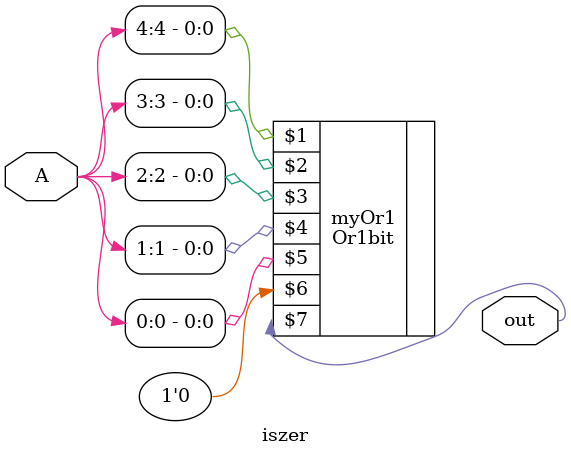
<source format=v>
module iszer(A, out);input [4:0] A;output out;Or1bit myOr1(A[4], A[3], A[2], A[1], A[0], 1'b0, out);endmodule

</source>
